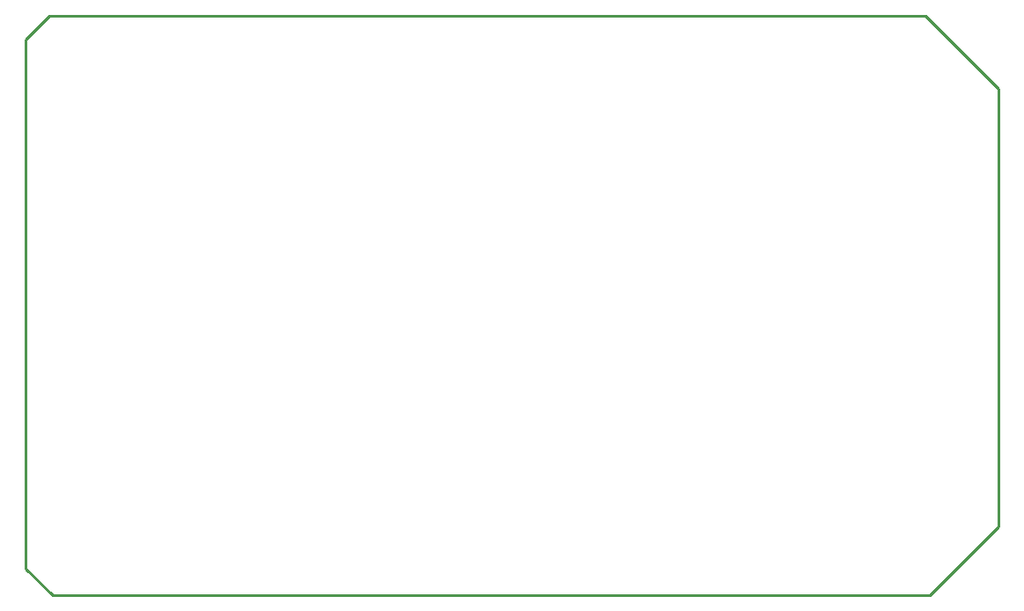
<source format=gko>
%FSLAX24Y24*%
%MOIN*%
G70*
G01*
G75*
G04 Layer_Color=16711935*
%ADD10R,0.0550X0.0520*%
%ADD11C,0.0100*%
%ADD12C,0.0787*%
%ADD13C,0.0680*%
%ADD14R,0.0591X0.0591*%
%ADD15C,0.0591*%
%ADD16C,0.0650*%
%ADD17R,0.0600X0.0600*%
%ADD18C,0.0600*%
%ADD19R,0.0550X0.0550*%
%ADD20C,0.0800*%
%ADD21R,0.0800X0.0800*%
%ADD22R,0.0600X0.0600*%
%ADD23R,0.0650X0.0650*%
%ADD24R,0.0550X0.0550*%
%ADD25R,0.0650X0.0650*%
%ADD26C,0.0500*%
%ADD27R,0.0500X0.0500*%
%ADD28R,0.0450X0.0450*%
%ADD29R,0.0500X0.0500*%
%ADD30C,0.0080*%
%ADD31C,0.0079*%
%ADD32C,0.0060*%
%ADD33R,0.0630X0.0600*%
%ADD34C,0.0867*%
%ADD35C,0.0760*%
%ADD36R,0.0671X0.0671*%
%ADD37C,0.0671*%
%ADD38C,0.0730*%
%ADD39R,0.0680X0.0680*%
%ADD40R,0.0630X0.0630*%
%ADD41C,0.0880*%
%ADD42R,0.0880X0.0880*%
%ADD43R,0.0680X0.0680*%
%ADD44R,0.0730X0.0730*%
%ADD45R,0.0630X0.0630*%
%ADD46R,0.0730X0.0730*%
%ADD47C,0.0580*%
%ADD48R,0.0580X0.0580*%
%ADD49R,0.0530X0.0530*%
%ADD50R,0.0580X0.0580*%
D11*
X51850Y23540D02*
Y40140D01*
X49250Y20940D02*
X51850Y23540D01*
X16020Y20940D02*
X49250D01*
X15010Y21950D02*
X16020Y20940D01*
X15010Y21950D02*
Y42020D01*
X15900Y42910D01*
X49080D02*
X51850Y40140D01*
X15900Y42910D02*
X49080D01*
M02*

</source>
